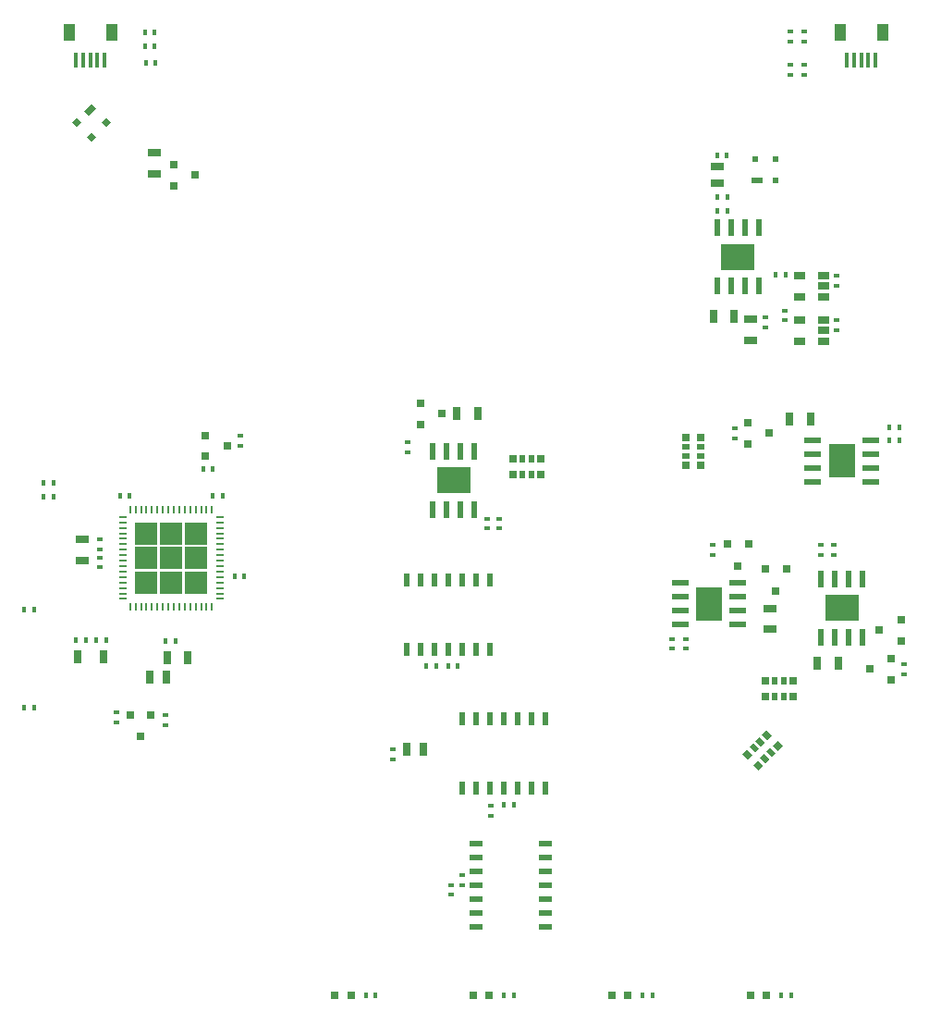
<source format=gbr>
G04 #@! TF.FileFunction,Paste,Top*
%FSLAX46Y46*%
G04 Gerber Fmt 4.6, Leading zero omitted, Abs format (unit mm)*
G04 Created by KiCad (PCBNEW 0.201505101954+5649~23~ubuntu14.04.1-product) date Mon 11 May 2015 11:57:15 AM PDT*
%MOMM*%
G01*
G04 APERTURE LIST*
%ADD10C,0.100000*%
%ADD11R,0.400000X1.350000*%
%ADD12R,1.100000X1.500000*%
%ADD13R,1.000000X0.600000*%
%ADD14R,0.600000X0.600000*%
%ADD15R,1.300000X0.700000*%
%ADD16R,0.508000X1.143000*%
%ADD17R,0.800100X0.800100*%
%ADD18R,0.599440X0.398780*%
%ADD19R,0.398780X0.599440*%
%ADD20R,0.700000X1.300000*%
%ADD21R,0.797560X0.797560*%
%ADD22R,0.635000X1.143000*%
%ADD23R,1.143000X0.635000*%
%ADD24R,0.500000X0.700000*%
%ADD25R,0.640000X0.700000*%
%ADD26R,0.700000X0.500000*%
%ADD27R,0.700000X0.640000*%
%ADD28R,1.060000X0.650000*%
%ADD29R,1.143000X0.508000*%
%ADD30R,0.650000X1.300000*%
%ADD31R,0.280000X0.750000*%
%ADD32R,0.750000X0.280000*%
%ADD33R,2.100000X2.100000*%
%ADD34R,1.600200X0.533400*%
%ADD35R,2.413000X3.098800*%
%ADD36R,0.533400X1.600200*%
%ADD37R,3.098800X2.413000*%
G04 APERTURE END LIST*
D10*
D11*
X132618000Y-62392000D03*
X131968000Y-62392000D03*
X131318000Y-62392000D03*
X130668000Y-62392000D03*
X130018000Y-62392000D03*
D12*
X133268000Y-59817000D03*
X129368000Y-59817000D03*
D13*
X121805000Y-73340000D03*
D14*
X123505000Y-73340000D03*
X123505000Y-71440000D03*
X121605000Y-71440000D03*
D15*
X122999179Y-114466210D03*
X122999179Y-112566210D03*
D16*
X97282000Y-109982000D03*
X96012000Y-109982000D03*
X94742000Y-109982000D03*
X93472000Y-109982000D03*
X92202000Y-109982000D03*
X90932000Y-109982000D03*
X89662000Y-109982000D03*
X89662000Y-116332000D03*
X90932000Y-116332000D03*
X93472000Y-116332000D03*
X94742000Y-116332000D03*
X96012000Y-116332000D03*
X97282000Y-116332000D03*
X92202000Y-116332000D03*
D17*
X120919240Y-95570000D03*
X120919240Y-97470000D03*
X122918220Y-96520000D03*
D15*
X66548000Y-72771001D03*
X66548000Y-70871001D03*
D18*
X67593142Y-123229437D03*
X67593142Y-122330277D03*
X74422000Y-96763840D03*
X74422000Y-97663000D03*
X63148143Y-122975437D03*
X63148143Y-122076277D03*
D19*
X71950580Y-99822000D03*
X71051420Y-99822000D03*
X66616580Y-59816999D03*
X65717420Y-59816999D03*
D18*
X126111000Y-60647580D03*
X126111000Y-59748420D03*
X124841001Y-62796420D03*
X124841001Y-63695580D03*
D19*
X60325056Y-115411161D03*
X59425896Y-115411161D03*
X64330580Y-102235000D03*
X63431420Y-102235000D03*
X72839580Y-102235000D03*
X71940420Y-102235000D03*
X61262316Y-115411161D03*
X62161476Y-115411161D03*
X74813160Y-109601000D03*
X73914000Y-109601000D03*
D18*
X61595000Y-106230420D03*
X61595000Y-107129580D03*
X61595000Y-108780580D03*
X61595000Y-107881420D03*
D15*
X59944000Y-108138000D03*
X59944000Y-106238000D03*
D20*
X67757000Y-117094000D03*
X69657000Y-117094000D03*
D19*
X68521580Y-115570000D03*
X67622420Y-115570000D03*
X54668420Y-121666000D03*
X55567580Y-121666000D03*
D15*
X121158000Y-86106000D03*
X121158000Y-88006000D03*
D18*
X122555000Y-86809580D03*
X122555000Y-85910420D03*
D19*
X56446420Y-101092000D03*
X57345580Y-101092000D03*
X119009160Y-71120000D03*
X118110000Y-71120000D03*
D18*
X115252180Y-116251790D03*
X115252180Y-115352630D03*
D19*
X134815580Y-96012000D03*
X133916420Y-96012000D03*
D18*
X113982179Y-116251790D03*
X113982179Y-115352630D03*
D19*
X134815580Y-97155000D03*
X133916420Y-97155000D03*
D18*
X128778000Y-106738420D03*
X128778000Y-107637580D03*
X98171000Y-105224580D03*
X98171000Y-104325420D03*
X127635000Y-106738420D03*
X127635000Y-107637580D03*
X97028000Y-105224580D03*
X97028000Y-104325420D03*
D19*
X119067580Y-74930000D03*
X118168420Y-74930000D03*
X119067580Y-76200000D03*
X118168420Y-76200000D03*
D18*
X88392000Y-126375160D03*
X88392000Y-125476000D03*
D19*
X91498420Y-117856000D03*
X92397580Y-117856000D03*
X94371160Y-117856000D03*
X93472000Y-117856000D03*
D18*
X97409000Y-131513580D03*
X97409000Y-130614420D03*
D19*
X99509580Y-130556000D03*
X98610420Y-130556000D03*
D18*
X93726000Y-138752580D03*
X93726000Y-137853420D03*
X94742000Y-136964420D03*
X94742000Y-137863580D03*
D10*
G36*
X60833000Y-66304233D02*
X61257264Y-66728497D01*
X60550158Y-67435603D01*
X60125894Y-67011339D01*
X60833000Y-66304233D01*
X60833000Y-66304233D01*
G37*
G36*
X59489497Y-67647736D02*
X59913761Y-68072000D01*
X59489497Y-68496264D01*
X59065233Y-68072000D01*
X59489497Y-67647736D01*
X59489497Y-67647736D01*
G37*
G36*
X60833000Y-68991239D02*
X61257264Y-69415503D01*
X60833000Y-69839767D01*
X60408736Y-69415503D01*
X60833000Y-68991239D01*
X60833000Y-68991239D01*
G37*
G36*
X62176503Y-67647736D02*
X62600767Y-68072000D01*
X62176503Y-68496264D01*
X61752239Y-68072000D01*
X62176503Y-67647736D01*
X62176503Y-67647736D01*
G37*
D21*
X83094354Y-147955000D03*
X84592954Y-147955000D03*
X95770700Y-147955000D03*
X97269300Y-147955000D03*
X108470700Y-147955000D03*
X109969300Y-147955000D03*
X121170700Y-147955000D03*
X122669300Y-147955000D03*
D11*
X62006000Y-62392000D03*
X61356000Y-62392000D03*
X60706000Y-62392000D03*
X60056000Y-62392000D03*
X59406000Y-62392000D03*
D12*
X62656000Y-59817000D03*
X58756000Y-59817000D03*
D22*
X66167000Y-118872000D03*
X67691000Y-118872000D03*
D23*
X118110000Y-73660000D03*
X118110000Y-72136000D03*
D22*
X91186000Y-125476000D03*
X89662000Y-125476000D03*
D17*
X68341240Y-71948000D03*
X68341240Y-73848000D03*
X70340220Y-72898000D03*
X124457180Y-108959451D03*
X122557180Y-108959451D03*
X123507180Y-110958431D03*
X134096760Y-119060000D03*
X134096760Y-117160000D03*
X132097780Y-118110000D03*
X90947240Y-93792000D03*
X90947240Y-95692000D03*
X92946220Y-94742000D03*
D19*
X66616580Y-61087000D03*
X65717420Y-61087000D03*
X66685160Y-62611000D03*
X65786000Y-62611000D03*
D18*
X126111001Y-62796420D03*
X126111001Y-63695580D03*
D19*
X85934074Y-147955000D03*
X86833234Y-147955000D03*
X98610420Y-147955000D03*
X99509580Y-147955000D03*
X111310420Y-147955000D03*
X112209580Y-147955000D03*
X124010420Y-147955000D03*
X124909580Y-147955000D03*
X54668420Y-112649000D03*
X55567580Y-112649000D03*
X124401580Y-82042000D03*
X123502420Y-82042000D03*
D18*
X124333000Y-86174580D03*
X124333000Y-85275420D03*
X129032000Y-82100420D03*
X129032000Y-82999580D03*
X129032000Y-86164420D03*
X129032000Y-87063580D03*
D19*
X56446420Y-102362000D03*
X57345580Y-102362000D03*
D18*
X117729000Y-106738420D03*
X117729000Y-107637580D03*
X119761000Y-96969580D03*
X119761000Y-96070420D03*
X135255001Y-117660420D03*
X135255001Y-118559580D03*
X89789000Y-98239580D03*
X89789000Y-97340420D03*
D24*
X101111000Y-98868000D03*
X100311000Y-98868000D03*
D25*
X99441000Y-98868000D03*
X99441000Y-100268000D03*
D24*
X100311000Y-100268000D03*
X101111000Y-100268000D03*
D25*
X101981000Y-100268000D03*
X101981000Y-98868000D03*
D26*
X116651000Y-98571000D03*
X116651000Y-97771000D03*
D27*
X116651000Y-96901000D03*
X115251000Y-96901000D03*
D26*
X115251000Y-97771000D03*
X115251000Y-98571000D03*
D27*
X115251000Y-99441000D03*
X116651000Y-99441000D03*
D24*
X124225000Y-119188000D03*
X123425000Y-119188000D03*
D25*
X122555000Y-119188000D03*
X122555000Y-120588000D03*
D24*
X123425000Y-120588000D03*
X124225000Y-120588000D03*
D25*
X125095000Y-120588000D03*
X125095000Y-119188000D03*
D10*
G36*
X122568026Y-126719949D02*
X122073051Y-126224974D01*
X122426604Y-125871421D01*
X122921579Y-126366396D01*
X122568026Y-126719949D01*
X122568026Y-126719949D01*
G37*
G36*
X123133711Y-126154264D02*
X122638736Y-125659289D01*
X122992289Y-125305736D01*
X123487264Y-125800711D01*
X123133711Y-126154264D01*
X123133711Y-126154264D01*
G37*
G36*
X123699396Y-125588579D02*
X123204421Y-125093604D01*
X123656970Y-124641055D01*
X124151945Y-125136030D01*
X123699396Y-125588579D01*
X123699396Y-125588579D01*
G37*
G36*
X122709447Y-124598630D02*
X122214472Y-124103655D01*
X122667021Y-123651106D01*
X123161996Y-124146081D01*
X122709447Y-124598630D01*
X122709447Y-124598630D01*
G37*
G36*
X122143762Y-125164315D02*
X121648787Y-124669340D01*
X122002340Y-124315787D01*
X122497315Y-124810762D01*
X122143762Y-125164315D01*
X122143762Y-125164315D01*
G37*
G36*
X121578077Y-125730000D02*
X121083102Y-125235025D01*
X121436655Y-124881472D01*
X121931630Y-125376447D01*
X121578077Y-125730000D01*
X121578077Y-125730000D01*
G37*
G36*
X120913396Y-126394681D02*
X120418421Y-125899706D01*
X120870970Y-125447157D01*
X121365945Y-125942132D01*
X120913396Y-126394681D01*
X120913396Y-126394681D01*
G37*
G36*
X121903345Y-127384630D02*
X121408370Y-126889655D01*
X121860919Y-126437106D01*
X122355894Y-126932081D01*
X121903345Y-127384630D01*
X121903345Y-127384630D01*
G37*
D17*
X66257143Y-122287097D03*
X64357143Y-122287097D03*
X65307143Y-124286077D03*
X71262240Y-96713000D03*
X71262240Y-98613000D03*
X73261220Y-97663000D03*
D28*
X127846000Y-84008000D03*
X127846000Y-83058000D03*
X127846000Y-82108000D03*
X125646000Y-82108000D03*
X125646000Y-84008000D03*
X127846000Y-88072001D03*
X127846000Y-87122001D03*
X127846000Y-86172001D03*
X125646000Y-86172001D03*
X125646000Y-88072001D03*
D16*
X102362000Y-122682000D03*
X101092000Y-122682000D03*
X99822000Y-122682000D03*
X98552000Y-122682000D03*
X97282000Y-122682000D03*
X96012000Y-122682000D03*
X94742000Y-122682000D03*
X94742000Y-129032000D03*
X96012000Y-129032000D03*
X98552000Y-129032000D03*
X99822000Y-129032000D03*
X101092000Y-129032000D03*
X102362000Y-129032000D03*
X97282000Y-129032000D03*
D29*
X102362000Y-141732000D03*
X102362000Y-140462000D03*
X102362000Y-139192000D03*
X102362000Y-137922000D03*
X102362000Y-136652000D03*
X102362000Y-135382000D03*
X102362000Y-134112000D03*
X96012000Y-134112000D03*
X96012000Y-135382000D03*
X96012000Y-137922000D03*
X96012000Y-139192000D03*
X96012000Y-140462000D03*
X96012000Y-141732000D03*
X96012000Y-136652000D03*
D30*
X59589476Y-116935161D03*
X61939476Y-116935161D03*
D20*
X126680000Y-95250000D03*
X124780000Y-95250000D03*
X127320000Y-117602000D03*
X129220000Y-117602000D03*
X96200000Y-94742000D03*
X94300000Y-94742000D03*
X117795000Y-85852000D03*
X119695000Y-85852000D03*
D18*
X124841000Y-60647580D03*
X124841000Y-59748420D03*
D17*
X120985695Y-106678284D03*
X119085695Y-106678284D03*
X120035695Y-108677264D03*
X134985760Y-115503999D03*
X134985760Y-113603999D03*
X132986780Y-114553999D03*
D31*
X64359753Y-112378253D03*
X64859753Y-112378253D03*
X65359753Y-112378253D03*
X65859753Y-112378253D03*
X66359753Y-112378253D03*
X66859753Y-112378253D03*
X67359753Y-112378253D03*
X67859753Y-112378253D03*
X68359753Y-112378253D03*
X68859753Y-112378253D03*
X69359753Y-112378253D03*
X69859753Y-112378253D03*
X70359753Y-112378253D03*
X70859753Y-112378253D03*
X71359753Y-112378253D03*
X71859753Y-112378253D03*
D32*
X72559753Y-111678253D03*
X72559753Y-111178253D03*
X72559753Y-110678253D03*
X72559753Y-110178253D03*
X72559753Y-109678253D03*
X72559753Y-109178253D03*
X72559753Y-108678253D03*
X72559753Y-108178253D03*
X72559753Y-107678253D03*
X72559753Y-107178253D03*
X72559753Y-106678253D03*
X72559753Y-106178253D03*
X72559753Y-105678253D03*
X72559753Y-105178253D03*
X72559753Y-104678253D03*
X72559753Y-104178253D03*
D31*
X71859753Y-103478253D03*
X71359753Y-103478253D03*
X70859753Y-103478253D03*
X70359753Y-103478253D03*
X69859753Y-103478253D03*
X69359753Y-103478253D03*
X68859753Y-103478253D03*
X68359753Y-103478253D03*
X67859753Y-103478253D03*
X67359753Y-103478253D03*
X66859753Y-103478253D03*
X66359753Y-103478253D03*
X65859753Y-103478253D03*
X65359753Y-103478253D03*
X64859753Y-103478253D03*
X64359753Y-103478253D03*
D32*
X63659753Y-104178253D03*
X63659753Y-104678253D03*
X63659753Y-105178253D03*
X63659753Y-105678253D03*
X63659753Y-106178253D03*
X63659753Y-106678253D03*
X63659753Y-107178253D03*
X63659753Y-107678253D03*
X63659753Y-108178253D03*
X63659753Y-108678253D03*
X63659753Y-109178253D03*
X63659753Y-109678253D03*
X63659753Y-110178253D03*
X63659753Y-110678253D03*
X63659753Y-111178253D03*
X63659753Y-111678253D03*
D33*
X68109753Y-110178253D03*
X68109753Y-107928253D03*
X68109753Y-105678253D03*
X65859753Y-110178253D03*
X65859753Y-107928253D03*
X65859753Y-105678253D03*
X70359753Y-110178253D03*
X70359753Y-107928253D03*
X70359753Y-105678253D03*
D34*
X114731480Y-114024210D03*
X114731480Y-112754210D03*
X114731480Y-111484210D03*
X114731480Y-110214210D03*
X120040080Y-110214210D03*
X120040080Y-111484210D03*
X120040080Y-112754210D03*
X120040080Y-114024210D03*
D35*
X117385780Y-112119210D03*
D34*
X132194300Y-97155000D03*
X132194300Y-98425000D03*
X132194300Y-99695000D03*
X132194300Y-100965000D03*
X126885700Y-100965000D03*
X126885700Y-99695000D03*
X126885700Y-98425000D03*
X126885700Y-97155000D03*
D35*
X129540000Y-99060000D03*
D36*
X127635000Y-109867700D03*
X128905000Y-109867700D03*
X130175000Y-109867700D03*
X131445000Y-109867700D03*
X131445000Y-115176300D03*
X130175000Y-115176300D03*
X128905000Y-115176300D03*
X127635000Y-115176300D03*
D37*
X129540000Y-112522000D03*
D36*
X95885000Y-103492300D03*
X94615000Y-103492300D03*
X93345000Y-103492300D03*
X92075000Y-103492300D03*
X92075000Y-98183700D03*
X93345000Y-98183700D03*
X94615000Y-98183700D03*
X95885000Y-98183700D03*
D37*
X93980000Y-100838000D03*
D36*
X118110000Y-77711300D03*
X119380000Y-77711300D03*
X120650000Y-77711300D03*
X121920000Y-77711300D03*
X121920000Y-83019900D03*
X120650000Y-83019900D03*
X119380000Y-83019900D03*
X118110000Y-83019900D03*
D37*
X120015000Y-80365600D03*
M02*

</source>
